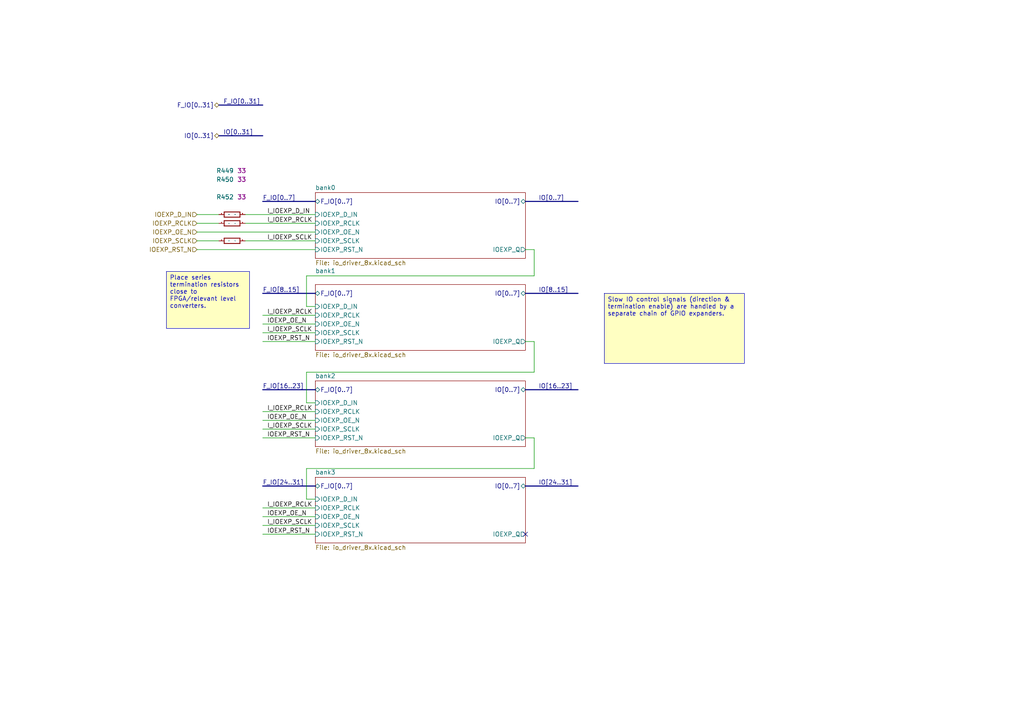
<source format=kicad_sch>
(kicad_sch (version 20250114) (generator "eeschema") (generator_version "9.0")
  (paper "A4")
  (title_block (title "Front/Patch panel I/O driver (32 channels)"))
  (lib_symbols
    (symbol "Resistors SMD:R0402_33R_1%_0.0625W_100PPM" (pin_names (offset 1.27))
      (property "Reference" "R" (at 3.81 1.778 0))
      (property "Description" "±1%" (at 3.81 0 0))
      (property "Val" "33" (at 3.81 -1.778 0))
      (symbol "R0402_33R_1%_0.0625W_100PPM_0_1"
        (polyline (pts (xy 1.524 0.762) (xy 1.524 -0.762)) (stroke (width 0.254)))
        (polyline (pts (xy 1.524 -0.762) (xy 6.096 -0.762)) (stroke (width 0.254)))
        (polyline (pts (xy 6.096 0.762) (xy 1.524 0.762)) (stroke (width 0.254)))
        (polyline (pts (xy 6.096 -0.762) (xy 6.096 0.762)) (stroke (width 0.254)))
        (pin passive line (at 0 0 0) (length 1.524) (name "1") (number "1"))
        (pin passive line (at 7.62 0 180) (length 1.524) (name "2") (number "2"))
      )
    )
  )
  (text_box "Place series termination resistors close to FPGA/relevant level converters." (at 48.26 78.74 0) (size 24.13 16.51) (margins 0.9525 0.9525 0.9525 0.9525) (fill (type color) (color 255 255 194 1)) (effects (font (size 1.27 1.27)) (justify left top)))
  (text_box "Slow IO control signals (direction & termination enable) are handled by a separate chain of GPIO expanders." (at 175.26 85.09 0) (size 40.64 20.32) (margins 0.9525 0.9525 0.9525 0.9525) (fill (type color) (color 255 255 194 1)) (effects (font (size 1.27 1.27)) (justify left top)))
  (no_connect (at 152.4 154.94))
  (wire (pts (xy 76.2 154.94) (xy 91.44 154.94)))
  (wire (pts (xy 57.15 62.23) (xy 63.5 62.23)))
  (wire (pts (xy 76.2 124.46) (xy 91.44 124.46)))
  (wire (pts (xy 154.94 72.39) (xy 152.4 72.39)))
  (bus (pts (xy 152.4 58.42) (xy 167.64 58.42)))
  (wire (pts (xy 154.94 107.95) (xy 154.94 99.06)))
  (wire (pts (xy 91.44 144.78) (xy 88.9 144.78)))
  (bus (pts (xy 152.4 85.09) (xy 167.64 85.09)))
  (wire (pts (xy 57.15 72.39) (xy 91.44 72.39)))
  (wire (pts (xy 57.15 67.31) (xy 91.44 67.31)))
  (bus (pts (xy 76.2 140.97) (xy 91.44 140.97)))
  (wire (pts (xy 76.2 127) (xy 91.44 127)))
  (bus (pts (xy 63.5 30.48) (xy 76.2 30.48)))
  (wire (pts (xy 154.94 127) (xy 152.4 127)))
  (wire (pts (xy 71.12 69.85) (xy 91.44 69.85)))
  (wire (pts (xy 76.2 93.98) (xy 91.44 93.98)))
  (wire (pts (xy 88.9 144.78) (xy 88.9 135.89)))
  (wire (pts (xy 91.44 116.84) (xy 88.9 116.84)))
  (wire (pts (xy 76.2 149.86) (xy 91.44 149.86)))
  (wire (pts (xy 88.9 107.95) (xy 154.94 107.95)))
  (bus (pts (xy 76.2 113.03) (xy 91.44 113.03)))
  (wire (pts (xy 76.2 152.4) (xy 91.44 152.4)))
  (wire (pts (xy 154.94 135.89) (xy 154.94 127)))
  (wire (pts (xy 88.9 116.84) (xy 88.9 107.95)))
  (bus (pts (xy 76.2 85.09) (xy 91.44 85.09)))
  (wire (pts (xy 88.9 135.89) (xy 154.94 135.89)))
  (wire (pts (xy 57.15 64.77) (xy 63.5 64.77)))
  (wire (pts (xy 76.2 96.52) (xy 91.44 96.52)))
  (wire (pts (xy 57.15 69.85) (xy 63.5 69.85)))
  (wire (pts (xy 76.2 121.92) (xy 91.44 121.92)))
  (bus (pts (xy 63.5 39.37) (xy 76.2 39.37)))
  (wire (pts (xy 91.44 88.9) (xy 88.9 88.9)))
  (bus (pts (xy 152.4 113.03) (xy 167.64 113.03)))
  (wire (pts (xy 88.9 88.9) (xy 88.9 80.01)))
  (wire (pts (xy 71.12 64.77) (xy 91.44 64.77)))
  (wire (pts (xy 76.2 91.44) (xy 91.44 91.44)))
  (bus (pts (xy 152.4 140.97) (xy 167.64 140.97)))
  (wire (pts (xy 76.2 99.06) (xy 91.44 99.06)))
  (wire (pts (xy 76.2 119.38) (xy 91.44 119.38)))
  (wire (pts (xy 76.2 147.32) (xy 91.44 147.32)))
  (wire (pts (xy 71.12 62.23) (xy 91.44 62.23)))
  (wire (pts (xy 154.94 99.06) (xy 152.4 99.06)))
  (wire (pts (xy 88.9 80.01) (xy 154.94 80.01)))
  (bus (pts (xy 76.2 58.42) (xy 91.44 58.42)))
  (wire (pts (xy 154.94 80.01) (xy 154.94 72.39)))
  (label "F_IO[16..23]" (at 76.2 113.03 0))
  (label "IOEXP_RST_N" (at 77.47 99.06 0))
  (label "I_IOEXP_SCLK" (at 77.47 69.85 0))
  (label "I_IOEXP_D_IN" (at 77.47 62.23 0))
  (label "IOEXP_OE_N" (at 77.47 93.98 0))
  (label "I_IOEXP_SCLK" (at 77.47 124.46 0))
  (label "F_IO[8..15]" (at 76.2 85.09 0))
  (label "I_IOEXP_RCLK" (at 77.47 119.38 0))
  (label "F_IO[0..7]" (at 76.2 58.42 0))
  (label "IOEXP_OE_N" (at 77.47 121.92 0))
  (label "IOEXP_RST_N" (at 77.47 154.94 0))
  (label "IO[8..15]" (at 156.21 85.09 0))
  (label "IOEXP_OE_N" (at 77.47 149.86 0))
  (label "IO[0..7]" (at 156.21 58.42 0))
  (label "I_IOEXP_RCLK" (at 77.47 147.32 0))
  (label "IO[24..31]" (at 156.21 140.97 0))
  (label "I_IOEXP_RCLK" (at 77.47 64.77 0))
  (label "I_IOEXP_SCLK" (at 77.47 96.52 0))
  (label "IO[0..31]" (at 64.77 39.37 0))
  (label "I_IOEXP_SCLK" (at 77.47 152.4 0))
  (label "IO[16..23]" (at 156.21 113.03 0))
  (label "I_IOEXP_RCLK" (at 77.47 91.44 0))
  (label "F_IO[0..31]" (at 64.77 30.48 0))
  (label "IOEXP_RST_N" (at 77.47 127 0))
  (label "F_IO[24..31]" (at 76.2 140.97 0))
  (hierarchical_label "IOEXP_D_IN" (shape input) (at 57.15 62.23 180))
  (hierarchical_label "IOEXP_RST_N" (shape input) (at 57.15 72.39 180))
  (hierarchical_label "IOEXP_RCLK" (shape input) (at 57.15 64.77 180))
  (hierarchical_label "IO[0..31]" (shape bidirectional) (at 63.5 39.37 180))
  (hierarchical_label "IOEXP_OE_N" (shape input) (at 57.15 67.31 180))
  (hierarchical_label "IOEXP_SCLK" (shape input) (at 57.15 69.85 180))
  (hierarchical_label "F_IO[0..31]" (shape bidirectional) (at 63.5 30.48 180))
  (symbol (lib_id "Resistors SMD:R0402_33R_1%_0.0625W_100PPM") (at 63.5 69.85 0) (unit 1)
    (property "Reference" "R452" (at 65.278 57.15 0))
    (property "Value" "R0402_33R_1%_0.0625W_100PPM" (effects (hide yes)))
    (property "Footprint" "Resistors SMD:RESC1005X40N" (effects (hide yes)))
    (property "Description" "±1%" (effects (hide yes)))
    (property "Val" "33" (at 70.104 57.15 0))
    (property "Part Number" "R0402_33R_1%_0.0625W_100PPM" (effects (hide yes)))
    (property "Library Ref" "Resistor - 1%" (effects (hide yes)))
    (property "Library Path" "SchLib\\Resistors.SchLib" (effects (hide yes)))
    (property "Comment" "33" (effects (hide yes)))
    (property "Component Kind" "Standard" (effects (hide yes)))
    (property "Component Type" "Standard" (effects (hide yes)))
    (property "PackageDescription" " " (effects (hide yes)))
    (property "Pin Count" "2" (effects (hide yes)))
    (property "Footprint Path" "PcbLib\\Resistors SMD.PcbLib" (effects (hide yes)))
    (property "Footprint Ref" "RESC1005X40N" (effects (hide yes)))
    (property "Status" "Not Recommended" (effects (hide yes)))
    (property "Power" "0.0625W" (effects (hide yes)))
    (property "Voltage" " " (effects (hide yes)))
    (property "Tolerance" "±1%" (effects (hide yes)))
    (property "Part Description" "General Purpose Thick Film Chip Resistor" (effects (hide yes)))
    (property "Manufacturer" "GENERIC" (effects (hide yes)))
    (property "Manufacturer Part Number" "R0402_33R_1%_0.0625W_100PPM" (effects (hide yes)))
    (property "Case" "0402" (effects (hide yes)))
    (property "PressFit" "No" (effects (hide yes)))
    (property "Mounted" "Yes" (effects (hide yes)))
    (property "Sense Comment" " " (effects (hide yes)))
    (property "Sense" "No" (effects (hide yes)))
    (property "Status Comment" " " (effects (hide yes)))
    (property "Socket" "No" (effects (hide yes)))
    (property "SMD" "Yes" (effects (hide yes)))
    (property "ComponentHeight" " " (effects (hide yes)))
    (property "Manufacturer1 Example" "YAGEO PHYCOMP" (effects (hide yes)))
    (property "Manufacturer1 Part Number" "232270673309L" (effects (hide yes)))
    (property "Manufacturer1 ComponentHeight" "0.4mm" (effects (hide yes)))
    (property "Author" "CERN DEM JLC" (effects (hide yes)))
    (property "CreateDate" "12/03/07 00:00:00" (effects (hide yes)))
    (property "LatestRevisionDate" "10/17/12 00:00:00" (effects (hide yes)))
    (property "Database Table Name" "Resistors" (effects (hide yes)))
    (property "Library Name" "Resistors SMD" (effects (hide yes)))
    (property "Footprint Library" "Resistors SMD" (effects (hide yes)))
    (property "License" "CC-BY-SA 4.0" (effects (hide yes)))
  )
  (symbol (lib_id "Resistors SMD:R0402_33R_1%_0.0625W_100PPM") (at 63.5 62.23 0) (unit 1)
    (property "Reference" "R449" (at 65.278 49.53 0))
    (property "Value" "R0402_33R_1%_0.0625W_100PPM" (effects (hide yes)))
    (property "Footprint" "Resistors SMD:RESC1005X40N" (effects (hide yes)))
    (property "Description" "±1%" (effects (hide yes)))
    (property "Val" "33" (at 70.104 49.53 0))
    (property "Part Number" "R0402_33R_1%_0.0625W_100PPM" (effects (hide yes)))
    (property "Library Ref" "Resistor - 1%" (effects (hide yes)))
    (property "Library Path" "SchLib\\Resistors.SchLib" (effects (hide yes)))
    (property "Comment" "33" (effects (hide yes)))
    (property "Component Kind" "Standard" (effects (hide yes)))
    (property "Component Type" "Standard" (effects (hide yes)))
    (property "PackageDescription" " " (effects (hide yes)))
    (property "Pin Count" "2" (effects (hide yes)))
    (property "Footprint Path" "PcbLib\\Resistors SMD.PcbLib" (effects (hide yes)))
    (property "Footprint Ref" "RESC1005X40N" (effects (hide yes)))
    (property "Status" "Not Recommended" (effects (hide yes)))
    (property "Power" "0.0625W" (effects (hide yes)))
    (property "Voltage" " " (effects (hide yes)))
    (property "Tolerance" "±1%" (effects (hide yes)))
    (property "Part Description" "General Purpose Thick Film Chip Resistor" (effects (hide yes)))
    (property "Manufacturer" "GENERIC" (effects (hide yes)))
    (property "Manufacturer Part Number" "R0402_33R_1%_0.0625W_100PPM" (effects (hide yes)))
    (property "Case" "0402" (effects (hide yes)))
    (property "PressFit" "No" (effects (hide yes)))
    (property "Mounted" "Yes" (effects (hide yes)))
    (property "Sense Comment" " " (effects (hide yes)))
    (property "Sense" "No" (effects (hide yes)))
    (property "Status Comment" " " (effects (hide yes)))
    (property "Socket" "No" (effects (hide yes)))
    (property "SMD" "Yes" (effects (hide yes)))
    (property "ComponentHeight" " " (effects (hide yes)))
    (property "Manufacturer1 Example" "YAGEO PHYCOMP" (effects (hide yes)))
    (property "Manufacturer1 Part Number" "232270673309L" (effects (hide yes)))
    (property "Manufacturer1 ComponentHeight" "0.4mm" (effects (hide yes)))
    (property "Author" "CERN DEM JLC" (effects (hide yes)))
    (property "CreateDate" "12/03/07 00:00:00" (effects (hide yes)))
    (property "LatestRevisionDate" "10/17/12 00:00:00" (effects (hide yes)))
    (property "Database Table Name" "Resistors" (effects (hide yes)))
    (property "Library Name" "Resistors SMD" (effects (hide yes)))
    (property "Footprint Library" "Resistors SMD" (effects (hide yes)))
    (property "License" "CC-BY-SA 4.0" (effects (hide yes)))
  )
  (symbol (lib_id "Resistors SMD:R0402_33R_1%_0.0625W_100PPM") (at 63.5 64.77 0) (unit 1)
    (property "Reference" "R450" (at 65.278 52.07 0))
    (property "Value" "R0402_33R_1%_0.0625W_100PPM" (effects (hide yes)))
    (property "Footprint" "Resistors SMD:RESC1005X40N" (effects (hide yes)))
    (property "Description" "±1%" (effects (hide yes)))
    (property "Val" "33" (at 70.104 52.07 0))
    (property "Part Number" "R0402_33R_1%_0.0625W_100PPM" (effects (hide yes)))
    (property "Library Ref" "Resistor - 1%" (effects (hide yes)))
    (property "Library Path" "SchLib\\Resistors.SchLib" (effects (hide yes)))
    (property "Comment" "33" (effects (hide yes)))
    (property "Component Kind" "Standard" (effects (hide yes)))
    (property "Component Type" "Standard" (effects (hide yes)))
    (property "PackageDescription" " " (effects (hide yes)))
    (property "Pin Count" "2" (effects (hide yes)))
    (property "Footprint Path" "PcbLib\\Resistors SMD.PcbLib" (effects (hide yes)))
    (property "Footprint Ref" "RESC1005X40N" (effects (hide yes)))
    (property "Status" "Not Recommended" (effects (hide yes)))
    (property "Power" "0.0625W" (effects (hide yes)))
    (property "Voltage" " " (effects (hide yes)))
    (property "Tolerance" "±1%" (effects (hide yes)))
    (property "Part Description" "General Purpose Thick Film Chip Resistor" (effects (hide yes)))
    (property "Manufacturer" "GENERIC" (effects (hide yes)))
    (property "Manufacturer Part Number" "R0402_33R_1%_0.0625W_100PPM" (effects (hide yes)))
    (property "Case" "0402" (effects (hide yes)))
    (property "PressFit" "No" (effects (hide yes)))
    (property "Mounted" "Yes" (effects (hide yes)))
    (property "Sense Comment" " " (effects (hide yes)))
    (property "Sense" "No" (effects (hide yes)))
    (property "Status Comment" " " (effects (hide yes)))
    (property "Socket" "No" (effects (hide yes)))
    (property "SMD" "Yes" (effects (hide yes)))
    (property "ComponentHeight" " " (effects (hide yes)))
    (property "Manufacturer1 Example" "YAGEO PHYCOMP" (effects (hide yes)))
    (property "Manufacturer1 Part Number" "232270673309L" (effects (hide yes)))
    (property "Manufacturer1 ComponentHeight" "0.4mm" (effects (hide yes)))
    (property "Author" "CERN DEM JLC" (effects (hide yes)))
    (property "CreateDate" "12/03/07 00:00:00" (effects (hide yes)))
    (property "LatestRevisionDate" "10/17/12 00:00:00" (effects (hide yes)))
    (property "Database Table Name" "Resistors" (effects (hide yes)))
    (property "Library Name" "Resistors SMD" (effects (hide yes)))
    (property "Footprint Library" "Resistors SMD" (effects (hide yes)))
    (property "License" "CC-BY-SA 4.0" (effects (hide yes)))
  )
  (sheet (at 91.44 110.49) (size 60.96 19.05) (stroke (width 0.1524)) (fill (color 255 255 255 1.0000))
    (property "Sheetname" "bank2" (at 91.44 109.7784 0) (effects (justify left bottom)))
    (property "Sheetfile" "io_driver_8x.kicad_sch" (at 91.44 130.1246 0) (effects (justify left top)))
    (pin "IO[0..7]" bidirectional (at 152.4 113.03 0))
    (pin "F_IO[0..7]" bidirectional (at 91.44 113.03 180))
    (pin "IOEXP_D_IN" input (at 91.44 116.84 180))
    (pin "IOEXP_RCLK" input (at 91.44 119.38 180))
    (pin "IOEXP_OE_N" input (at 91.44 121.92 180))
    (pin "IOEXP_SCLK" input (at 91.44 124.46 180))
    (pin "IOEXP_RST_N" input (at 91.44 127 180))
    (pin "IOEXP_Q" output (at 152.4 127 0))
  )
  (sheet (at 91.44 55.88) (size 60.96 19.05) (stroke (width 0.1524)) (fill (color 255 255 255 1.0000))
    (property "Sheetname" "bank0" (at 91.44 55.1684 0) (effects (justify left bottom)))
    (property "Sheetfile" "io_driver_8x.kicad_sch" (at 91.44 75.5146 0) (effects (justify left top)))
    (pin "IO[0..7]" bidirectional (at 152.4 58.42 0))
    (pin "F_IO[0..7]" bidirectional (at 91.44 58.42 180))
    (pin "IOEXP_D_IN" input (at 91.44 62.23 180))
    (pin "IOEXP_RCLK" input (at 91.44 64.77 180))
    (pin "IOEXP_OE_N" input (at 91.44 67.31 180))
    (pin "IOEXP_SCLK" input (at 91.44 69.85 180))
    (pin "IOEXP_RST_N" input (at 91.44 72.39 180))
    (pin "IOEXP_Q" output (at 152.4 72.39 0))
  )
  (sheet (at 91.44 138.43) (size 60.96 19.05) (stroke (width 0.1524)) (fill (color 255 255 255 1.0000))
    (property "Sheetname" "bank3" (at 91.44 137.7184 0) (effects (justify left bottom)))
    (property "Sheetfile" "io_driver_8x.kicad_sch" (at 91.44 158.0646 0) (effects (justify left top)))
    (pin "IO[0..7]" bidirectional (at 152.4 140.97 0))
    (pin "F_IO[0..7]" bidirectional (at 91.44 140.97 180))
    (pin "IOEXP_D_IN" input (at 91.44 144.78 180))
    (pin "IOEXP_RCLK" input (at 91.44 147.32 180))
    (pin "IOEXP_OE_N" input (at 91.44 149.86 180))
    (pin "IOEXP_SCLK" input (at 91.44 152.4 180))
    (pin "IOEXP_RST_N" input (at 91.44 154.94 180))
    (pin "IOEXP_Q" output (at 152.4 154.94 0))
  )
  (sheet (at 91.44 82.55) (size 60.96 19.05) (stroke (width 0.1524)) (fill (color 255 255 255 1.0000))
    (property "Sheetname" "bank1" (at 91.44 79.2984 0) (effects (justify left bottom)))
    (property "Sheetfile" "io_driver_8x.kicad_sch" (at 91.44 102.1846 0) (effects (justify left top)))
    (pin "IO[0..7]" bidirectional (at 152.4 85.09 0))
    (pin "F_IO[0..7]" bidirectional (at 91.44 85.09 180))
    (pin "IOEXP_D_IN" input (at 91.44 88.9 180))
    (pin "IOEXP_RCLK" input (at 91.44 91.44 180))
    (pin "IOEXP_OE_N" input (at 91.44 93.98 180))
    (pin "IOEXP_SCLK" input (at 91.44 96.52 180))
    (pin "IOEXP_RST_N" input (at 91.44 99.06 180))
    (pin "IOEXP_Q" output (at 152.4 99.06 0))
  )
)
</source>
